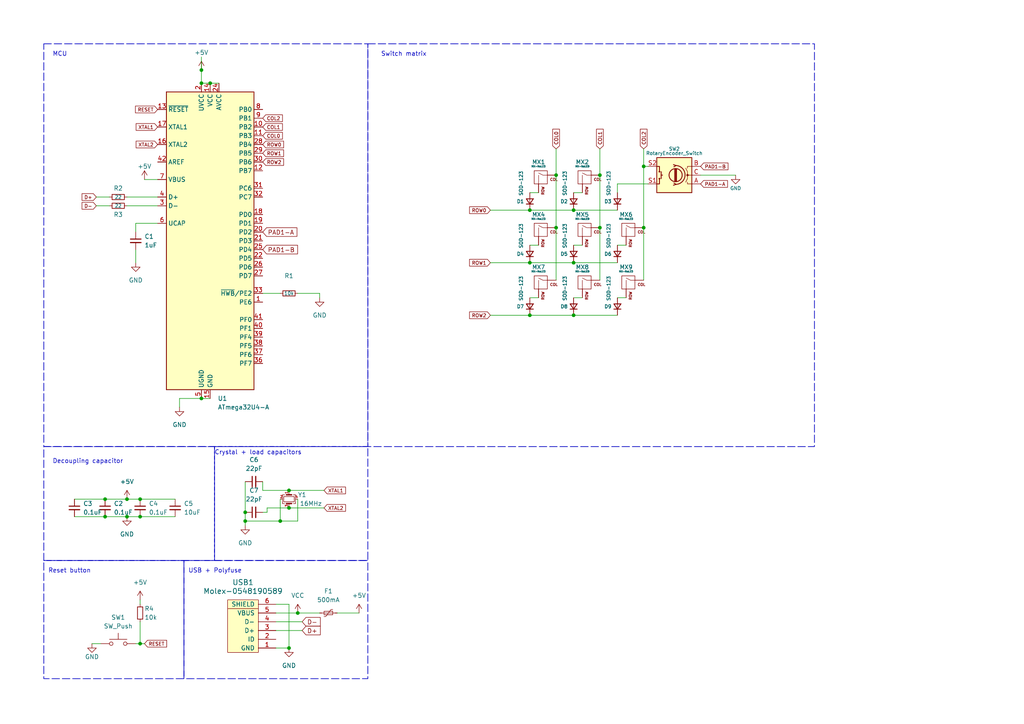
<source format=kicad_sch>
(kicad_sch (version 20230121) (generator eeschema)
  (paper "A4")
  (lib_symbols
    (symbol "Device:C_Small" (pin_numbers hide) (pin_names (offset 0.254) hide)
      (property "Reference" "C" (at 0.254 1.778 0))
      (property "Value" "C_Small" (at 0.254 -2.032 0))
      (symbol "C_Small_0_1"
        (polyline (pts (xy -1.524 -0.508) (xy 1.524 -0.508)) (stroke (width 0.3302)))
        (polyline (pts (xy -1.524 0.508) (xy 1.524 0.508)) (stroke (width 0.3048)))
      )
      (symbol "C_Small_1_1"
        (pin passive line (at 0 2.54 270) (length 2.032) (name "~") (number "1"))
        (pin passive line (at 0 -2.54 90) (length 2.032) (name "~") (number "2"))
      )
    )
    (symbol "Device:Crystal_GND24_Small" (pin_names (offset 1.016) hide)
      (property "Reference" "Y" (at 1.27 4.445 0))
      (property "Value" "Crystal_GND24_Small" (at 1.27 2.54 0))
      (symbol "Crystal_GND24_Small_0_1"
        (rectangle (start -0.762 -1.524) (end 0.762 1.524))
        (polyline (pts (xy -1.27 -0.762) (xy -1.27 0.762)) (stroke (width 0.381)))
        (polyline (pts (xy 1.27 -0.762) (xy 1.27 0.762)) (stroke (width 0.381)))
        (polyline (pts (xy -1.27 -1.27) (xy -1.27 -1.905) (xy 1.27 -1.905) (xy 1.27 -1.27)))
        (polyline (pts (xy -1.27 1.27) (xy -1.27 1.905) (xy 1.27 1.905) (xy 1.27 1.27)))
      )
      (symbol "Crystal_GND24_Small_1_1"
        (pin passive line (at -2.54 0 0) (length 1.27) (name "1") (number "1"))
        (pin passive line (at 0 -2.54 90) (length 0.635) (name "2") (number "2"))
        (pin passive line (at 2.54 0 180) (length 1.27) (name "3") (number "3"))
        (pin passive line (at 0 2.54 270) (length 0.635) (name "4") (number "4"))
      )
    )
    (symbol "Device:D_Small" (pin_numbers hide) (pin_names (offset 0.254) hide)
      (property "Reference" "D" (at -1.27 2.032 0))
      (property "Value" "D_Small" (at -3.81 -2.032 0))
      (symbol "D_Small_0_1"
        (polyline (pts (xy -0.762 -1.016) (xy -0.762 1.016)) (stroke (width 0.254)))
        (polyline (pts (xy -0.762 0) (xy 0.762 0)))
        (polyline (pts (xy 0.762 -1.016) (xy -0.762 0) (xy 0.762 1.016) (xy 0.762 -1.016)) (stroke (width 0.254)))
      )
      (symbol "D_Small_1_1"
        (pin passive line (at -2.54 0 0) (length 1.778) (name "K") (number "1"))
        (pin passive line (at 2.54 0 180) (length 1.778) (name "A") (number "2"))
      )
    )
    (symbol "Device:Polyfuse_Small" (pin_numbers hide) (pin_names (offset 0))
      (property "Reference" "F" (at -1.905 0 90))
      (property "Value" "Polyfuse_Small" (at 1.905 0 90))
      (symbol "Polyfuse_Small_0_1"
        (rectangle (start -0.508 1.27) (end 0.508 -1.27))
        (polyline (pts (xy 0 2.54) (xy 0 -2.54)))
        (polyline (pts (xy -1.016 1.27) (xy -1.016 0.762) (xy 1.016 -0.762) (xy 1.016 -1.27)))
      )
      (symbol "Polyfuse_Small_1_1"
        (pin passive line (at 0 2.54 270) (length 0.635) (name "~") (number "1"))
        (pin passive line (at 0 -2.54 90) (length 0.635) (name "~") (number "2"))
      )
    )
    (symbol "Device:R_Small" (pin_numbers hide) (pin_names (offset 0.254) hide)
      (property "Reference" "R" (at 0.762 0.508 0))
      (property "Value" "R_Small" (at 0.762 -1.016 0))
      (symbol "R_Small_0_1"
        (rectangle (start -0.762 1.778) (end 0.762 -1.778) (stroke (width 0.2032)))
      )
      (symbol "R_Small_1_1"
        (pin passive line (at 0 2.54 270) (length 0.762) (name "~") (number "1"))
        (pin passive line (at 0 -2.54 90) (length 0.762) (name "~") (number "2"))
      )
    )
    (symbol "Device:RotaryEncoder_Switch" (pin_names (offset 0.254) hide)
      (property "Reference" "SW" (at 0 6.604 0))
      (property "Value" "RotaryEncoder_Switch" (at 0 -6.604 0))
      (symbol "RotaryEncoder_Switch_0_1"
        (rectangle (start -5.08 5.08) (end 5.08 -5.08) (stroke (width 0.254)) (fill (type background)))
        (circle (center -3.81 0) (radius 0.254) (fill (type outline)))
        (circle (center -0.381 0) (radius 1.905) (stroke (width 0.254)))
        (arc (start -0.381 2.667) (mid -3.0988 -0.0635) (end -0.381 -2.794) (stroke (width 0.254)))
        (polyline (pts (xy -0.635 -1.778) (xy -0.635 1.778)) (stroke (width 0.254)))
        (polyline (pts (xy -0.381 -1.778) (xy -0.381 1.778)) (stroke (width 0.254)))
        (polyline (pts (xy -0.127 1.778) (xy -0.127 -1.778)) (stroke (width 0.254)))
        (polyline (pts (xy 3.81 0) (xy 3.429 0)) (stroke (width 0.254)))
        (polyline (pts (xy 3.81 1.016) (xy 3.81 -1.016)) (stroke (width 0.254)))
        (polyline (pts (xy -5.08 -2.54) (xy -3.81 -2.54) (xy -3.81 -2.032)))
        (polyline (pts (xy -5.08 2.54) (xy -3.81 2.54) (xy -3.81 2.032)))
        (polyline (pts (xy 0.254 -3.048) (xy -0.508 -2.794) (xy 0.127 -2.413)) (stroke (width 0.254)))
        (polyline (pts (xy 0.254 2.921) (xy -0.508 2.667) (xy 0.127 2.286)) (stroke (width 0.254)))
        (polyline (pts (xy 5.08 -2.54) (xy 4.318 -2.54) (xy 4.318 -1.016)) (stroke (width 0.254)))
        (polyline (pts (xy 5.08 2.54) (xy 4.318 2.54) (xy 4.318 1.016)) (stroke (width 0.254)))
        (polyline (pts (xy -5.08 0) (xy -3.81 0) (xy -3.81 -1.016) (xy -3.302 -2.032)))
        (polyline (pts (xy -4.318 0) (xy -3.81 0) (xy -3.81 1.016) (xy -3.302 2.032)))
        (circle (center 4.318 -1.016) (radius 0.127) (stroke (width 0.254)))
        (circle (center 4.318 1.016) (radius 0.127) (stroke (width 0.254)))
      )
      (symbol "RotaryEncoder_Switch_1_1"
        (pin passive line (at -7.62 2.54 0) (length 2.54) (name "A") (number "A"))
        (pin passive line (at -7.62 -2.54 0) (length 2.54) (name "B") (number "B"))
        (pin passive line (at -7.62 0 0) (length 2.54) (name "C") (number "C"))
        (pin passive line (at 7.62 2.54 180) (length 2.54) (name "S1") (number "S1"))
        (pin passive line (at 7.62 -2.54 180) (length 2.54) (name "S2") (number "S2"))
      )
    )
    (symbol "MCU_Microchip_ATmega:ATmega32U4-A"
      (property "Reference" "U" (at -12.7 44.45 0))
      (property "Value" "ATmega32U4-A" (at 2.54 -44.45 0))
      (symbol "ATmega32U4-A_0_1"
        (rectangle (start -12.7 -43.18) (end 12.7 43.18) (stroke (width 0.254)) (fill (type background)))
      )
      (symbol "ATmega32U4-A_1_1"
        (pin bidirectional line (at 15.24 -17.78 180) (length 2.54) (name "PE6") (number "1"))
        (pin bidirectional line (at 15.24 33.02 180) (length 2.54) (name "PB2") (number "10"))
        (pin bidirectional line (at 15.24 30.48 180) (length 2.54) (name "PB3") (number "11"))
        (pin bidirectional line (at 15.24 20.32 180) (length 2.54) (name "PB7") (number "12"))
        (pin input line (at -15.24 38.1 0) (length 2.54) (name "~{RESET}") (number "13"))
        (pin power_in line (at 0 45.72 270) (length 2.54) (name "VCC") (number "14"))
        (pin power_in line (at 0 -45.72 90) (length 2.54) (name "GND") (number "15"))
        (pin output line (at -15.24 27.94 0) (length 2.54) (name "XTAL2") (number "16"))
        (pin input line (at -15.24 33.02 0) (length 2.54) (name "XTAL1") (number "17"))
        (pin bidirectional line (at 15.24 7.62 180) (length 2.54) (name "PD0") (number "18"))
        (pin bidirectional line (at 15.24 5.08 180) (length 2.54) (name "PD1") (number "19"))
        (pin power_in line (at -2.54 45.72 270) (length 2.54) (name "UVCC") (number "2"))
        (pin bidirectional line (at 15.24 2.54 180) (length 2.54) (name "PD2") (number "20"))
        (pin bidirectional line (at 15.24 0 180) (length 2.54) (name "PD3") (number "21"))
        (pin bidirectional line (at 15.24 -5.08 180) (length 2.54) (name "PD5") (number "22"))
        (pin passive line (at 0 -45.72 90) (length 2.54) hide (name "GND") (number "23"))
        (pin power_in line (at 2.54 45.72 270) (length 2.54) (name "AVCC") (number "24"))
        (pin bidirectional line (at 15.24 -2.54 180) (length 2.54) (name "PD4") (number "25"))
        (pin bidirectional line (at 15.24 -7.62 180) (length 2.54) (name "PD6") (number "26"))
        (pin bidirectional line (at 15.24 -10.16 180) (length 2.54) (name "PD7") (number "27"))
        (pin bidirectional line (at 15.24 27.94 180) (length 2.54) (name "PB4") (number "28"))
        (pin bidirectional line (at 15.24 25.4 180) (length 2.54) (name "PB5") (number "29"))
        (pin bidirectional line (at -15.24 10.16 0) (length 2.54) (name "D-") (number "3"))
        (pin bidirectional line (at 15.24 22.86 180) (length 2.54) (name "PB6") (number "30"))
        (pin bidirectional line (at 15.24 15.24 180) (length 2.54) (name "PC6") (number "31"))
        (pin bidirectional line (at 15.24 12.7 180) (length 2.54) (name "PC7") (number "32"))
        (pin bidirectional line (at 15.24 -15.24 180) (length 2.54) (name "~{HWB}/PE2") (number "33"))
        (pin passive line (at 0 45.72 270) (length 2.54) hide (name "VCC") (number "34"))
        (pin passive line (at 0 -45.72 90) (length 2.54) hide (name "GND") (number "35"))
        (pin bidirectional line (at 15.24 -35.56 180) (length 2.54) (name "PF7") (number "36"))
        (pin bidirectional line (at 15.24 -33.02 180) (length 2.54) (name "PF6") (number "37"))
        (pin bidirectional line (at 15.24 -30.48 180) (length 2.54) (name "PF5") (number "38"))
        (pin bidirectional line (at 15.24 -27.94 180) (length 2.54) (name "PF4") (number "39"))
        (pin bidirectional line (at -15.24 12.7 0) (length 2.54) (name "D+") (number "4"))
        (pin bidirectional line (at 15.24 -25.4 180) (length 2.54) (name "PF1") (number "40"))
        (pin bidirectional line (at 15.24 -22.86 180) (length 2.54) (name "PF0") (number "41"))
        (pin passive line (at -15.24 22.86 0) (length 2.54) (name "AREF") (number "42"))
        (pin passive line (at 0 -45.72 90) (length 2.54) hide (name "GND") (number "43"))
        (pin passive line (at 2.54 45.72 270) (length 2.54) hide (name "AVCC") (number "44"))
        (pin passive line (at -2.54 -45.72 90) (length 2.54) (name "UGND") (number "5"))
        (pin passive line (at -15.24 5.08 0) (length 2.54) (name "UCAP") (number "6"))
        (pin input line (at -15.24 17.78 0) (length 2.54) (name "VBUS") (number "7"))
        (pin bidirectional line (at 15.24 38.1 180) (length 2.54) (name "PB0") (number "8"))
        (pin bidirectional line (at 15.24 35.56 180) (length 2.54) (name "PB1") (number "9"))
      )
    )
    (symbol "MX_Alps_Hybrid:MX-NoLED" (pin_names (offset 1.016))
      (property "Reference" "MX" (at -0.635 3.81 0))
      (property "Value" "MX-NoLED" (at -0.635 1.27 0))
      (symbol "MX-NoLED_0_0"
        (rectangle (start -2.54 2.54) (end 1.27 -1.27))
        (polyline (pts (xy -1.27 -1.27) (xy -1.27 1.27)) (stroke (width 0.127)))
        (polyline (pts (xy 1.27 1.27) (xy 0 1.27) (xy -1.27 1.905)) (stroke (width 0.127)))
        (text "COL" (at 3.175 0 0) (effects (font (size 0.762 0.762))))
        (text "ROW" (at 0 -1.905 900) (effects (font (size 0.762 0.762)) (justify right)))
      )
      (symbol "MX-NoLED_1_1"
        (pin passive line (at 3.81 1.27 180) (length 2.54) (name "COL") (number "1"))
        (pin passive line (at -1.27 -3.81 90) (length 2.54) (name "ROW") (number "2"))
      )
    )
    (symbol "Switch:SW_Push" (pin_numbers hide) (pin_names (offset 1.016) hide)
      (property "Reference" "SW" (at 1.27 2.54 0))
      (property "Value" "SW_Push" (at 0 -1.524 0))
      (symbol "SW_Push_0_1"
        (circle (center -2.032 0) (radius 0.508))
        (polyline (pts (xy 0 1.27) (xy 0 3.048)))
        (polyline (pts (xy 2.54 1.27) (xy -2.54 1.27)))
        (circle (center 2.032 0) (radius 0.508))
        (pin passive line (at -5.08 0 0) (length 2.54) (name "1") (number "1"))
        (pin passive line (at 5.08 0 180) (length 2.54) (name "2") (number "2"))
      )
    )
    (symbol "power:+5V" (power) (pin_names (offset 0))
      (property "Value" "+5V" (at 0 3.556 0))
      (symbol "+5V_0_1"
        (polyline (pts (xy -0.762 1.27) (xy 0 2.54)))
        (polyline (pts (xy 0 0) (xy 0 2.54)))
        (polyline (pts (xy 0 2.54) (xy 0.762 1.27)))
      )
      (symbol "+5V_1_1"
        (pin power_in line (at 0 0 90) (length 0) hide (name "+5V") (number "1"))
      )
    )
    (symbol "power:GND" (power) (pin_names (offset 0))
      (property "Value" "GND" (at 0 -3.81 0))
      (symbol "GND_0_1"
        (polyline (pts (xy 0 0) (xy 0 -1.27) (xy 1.27 -1.27) (xy 0 -2.54) (xy -1.27 -1.27) (xy 0 -1.27)))
      )
      (symbol "GND_1_1"
        (pin power_in line (at 0 0 270) (length 0) hide (name "GND") (number "1"))
      )
    )
    (symbol "power:VCC" (power) (pin_names (offset 0))
      (property "Value" "VCC" (at 0 3.81 0))
      (symbol "VCC_0_1"
        (polyline (pts (xy -0.762 1.27) (xy 0 2.54)))
        (polyline (pts (xy 0 0) (xy 0 2.54)))
        (polyline (pts (xy 0 2.54) (xy 0.762 1.27)))
      )
      (symbol "VCC_1_1"
        (pin power_in line (at 0 0 90) (length 0) hide (name "VCC") (number "1"))
      )
    )
    (symbol "random-keyboard-parts:Molex-0548190589" (pin_names (offset 1.016))
      (property "Reference" "USB" (at 0 7.62 0))
      (property "Value" "Molex-0548190589" (at 0 10.16 0))
      (symbol "Molex-0548190589_0_0"
        (polyline (pts (xy 6.35 -2.54) (xy 6.35 6.35)))
        (rectangle (start 8.89 -2.54) (end -6.35 6.35) (fill (type background)))
      )
      (symbol "Molex-0548190589_1_1"
        (pin input line (at -5.08 -7.62 90) (length 5.08) (name "GND") (number "1"))
        (pin input line (at -2.54 -7.62 90) (length 5.08) (name "ID") (number "2"))
        (pin input line (at 0 -7.62 90) (length 5.08) (name "D+") (number "3"))
        (pin input line (at 2.54 -7.62 90) (length 5.08) (name "D-") (number "4"))
        (pin input line (at 5.08 -7.62 90) (length 5.08) (name "VBUS") (number "5"))
        (pin input line (at 7.62 -7.62 90) (length 5.08) (name "SHIELD") (number "6"))
      )
    )
  )
  (junction (at 153.67 60.96))
  (junction (at 166.37 91.44))
  (junction (at 40.64 149.86))
  (junction (at 40.64 186.69))
  (junction (at 36.83 149.86))
  (junction (at 71.12 148.59))
  (junction (at 166.37 60.96))
  (junction (at 83.82 187.96))
  (junction (at 166.37 76.2))
  (junction (at 173.99 50.8))
  (junction (at 58.42 24.13))
  (junction (at 58.42 115.57))
  (junction (at 81.28 151.13))
  (junction (at 161.29 50.8))
  (junction (at 30.48 149.86))
  (junction (at 71.12 151.13))
  (junction (at 153.67 76.2))
  (junction (at 30.48 144.78))
  (junction (at 186.69 66.04))
  (junction (at 153.67 91.44))
  (junction (at 58.42 20.32))
  (junction (at 161.29 66.04))
  (junction (at 40.64 144.78))
  (junction (at 173.99 66.04))
  (junction (at 83.82 147.32))
  (junction (at 36.83 144.78))
  (junction (at 86.36 177.8))
  (junction (at 60.96 24.13))
  (junction (at 186.69 48.26))
  (junction (at 83.82 142.24))
  (wire (pts (xy 77.47 148.59) (xy 77.47 147.32)))
  (wire (pts (xy 179.07 71.12) (xy 181.61 71.12)))
  (wire (pts (xy 203.2 50.8) (xy 213.36 50.8)))
  (wire (pts (xy 187.96 48.26) (xy 186.69 48.26)))
  (wire (pts (xy 36.83 144.78) (xy 40.64 144.78)))
  (wire (pts (xy 80.01 182.88) (xy 87.63 182.88)))
  (wire (pts (xy 58.42 24.13) (xy 60.96 24.13)))
  (wire (pts (xy 142.24 76.2) (xy 153.67 76.2)))
  (wire (pts (xy 26.67 186.69) (xy 29.21 186.69)))
  (wire (pts (xy 39.37 64.77) (xy 39.37 67.31)))
  (wire (pts (xy 186.69 43.18) (xy 186.69 48.26)))
  (wire (pts (xy 36.83 57.15) (xy 45.72 57.15)))
  (wire (pts (xy 153.67 76.2) (xy 166.37 76.2)))
  (wire (pts (xy 83.82 142.24) (xy 76.2 142.24)))
  (wire (pts (xy 39.37 186.69) (xy 40.64 186.69)))
  (wire (pts (xy 71.12 139.7) (xy 71.12 148.59)))
  (wire (pts (xy 39.37 64.77) (xy 45.72 64.77)))
  (wire (pts (xy 166.37 91.44) (xy 179.07 91.44)))
  (wire (pts (xy 71.12 151.13) (xy 71.12 152.4)))
  (wire (pts (xy 142.24 91.44) (xy 153.67 91.44)))
  (wire (pts (xy 52.07 115.57) (xy 52.07 118.11)))
  (wire (pts (xy 71.12 148.59) (xy 71.12 151.13)))
  (wire (pts (xy 173.99 50.8) (xy 173.99 66.04)))
  (wire (pts (xy 179.07 53.34) (xy 187.96 53.34)))
  (wire (pts (xy 36.83 59.69) (xy 45.72 59.69)))
  (wire (pts (xy 86.36 151.13) (xy 86.36 144.78)))
  (wire (pts (xy 161.29 43.18) (xy 161.29 50.8)))
  (wire (pts (xy 60.96 24.13) (xy 63.5 24.13)))
  (wire (pts (xy 166.37 71.12) (xy 168.91 71.12)))
  (wire (pts (xy 58.42 115.57) (xy 60.96 115.57)))
  (wire (pts (xy 86.36 177.8) (xy 92.71 177.8)))
  (wire (pts (xy 173.99 66.04) (xy 173.99 81.28)))
  (wire (pts (xy 186.69 66.04) (xy 186.69 81.28)))
  (wire (pts (xy 80.01 177.8) (xy 86.36 177.8)))
  (wire (pts (xy 58.42 16.51) (xy 58.42 20.32)))
  (wire (pts (xy 86.36 85.09) (xy 92.71 85.09)))
  (wire (pts (xy 186.69 48.26) (xy 186.69 66.04)))
  (wire (pts (xy 21.59 144.78) (xy 30.48 144.78)))
  (wire (pts (xy 80.01 180.34) (xy 87.63 180.34)))
  (wire (pts (xy 166.37 76.2) (xy 179.07 76.2)))
  (wire (pts (xy 153.67 86.36) (xy 156.21 86.36)))
  (wire (pts (xy 30.48 144.78) (xy 36.83 144.78)))
  (wire (pts (xy 92.71 85.09) (xy 92.71 86.36)))
  (wire (pts (xy 77.47 147.32) (xy 83.82 147.32)))
  (wire (pts (xy 21.59 149.86) (xy 30.48 149.86)))
  (wire (pts (xy 39.37 72.39) (xy 39.37 76.2)))
  (wire (pts (xy 166.37 86.36) (xy 168.91 86.36)))
  (wire (pts (xy 81.28 144.78) (xy 81.28 151.13)))
  (wire (pts (xy 41.91 52.07) (xy 45.72 52.07)))
  (wire (pts (xy 153.67 60.96) (xy 166.37 60.96)))
  (wire (pts (xy 58.42 20.32) (xy 58.42 24.13)))
  (wire (pts (xy 166.37 60.96) (xy 179.07 60.96)))
  (wire (pts (xy 30.48 149.86) (xy 36.83 149.86)))
  (wire (pts (xy 166.37 55.88) (xy 168.91 55.88)))
  (wire (pts (xy 179.07 86.36) (xy 181.61 86.36)))
  (wire (pts (xy 83.82 142.24) (xy 93.98 142.24)))
  (wire (pts (xy 161.29 66.04) (xy 161.29 81.28)))
  (wire (pts (xy 40.64 149.86) (xy 50.8 149.86)))
  (wire (pts (xy 153.67 91.44) (xy 166.37 91.44)))
  (wire (pts (xy 179.07 53.34) (xy 179.07 55.88)))
  (wire (pts (xy 27.94 59.69) (xy 31.75 59.69)))
  (wire (pts (xy 83.82 175.26) (xy 83.82 187.96)))
  (wire (pts (xy 40.64 186.69) (xy 41.91 186.69)))
  (wire (pts (xy 142.24 60.96) (xy 153.67 60.96)))
  (wire (pts (xy 58.42 115.57) (xy 52.07 115.57)))
  (wire (pts (xy 40.64 173.99) (xy 40.64 175.26)))
  (wire (pts (xy 76.2 139.7) (xy 76.2 142.24)))
  (wire (pts (xy 153.67 71.12) (xy 156.21 71.12)))
  (wire (pts (xy 153.67 55.88) (xy 156.21 55.88)))
  (wire (pts (xy 80.01 187.96) (xy 83.82 187.96)))
  (wire (pts (xy 40.64 180.34) (xy 40.64 186.69)))
  (wire (pts (xy 36.83 149.86) (xy 40.64 149.86)))
  (wire (pts (xy 81.28 151.13) (xy 86.36 151.13)))
  (wire (pts (xy 161.29 50.8) (xy 161.29 66.04)))
  (wire (pts (xy 173.99 43.18) (xy 173.99 50.8)))
  (wire (pts (xy 80.01 175.26) (xy 83.82 175.26)))
  (wire (pts (xy 81.28 151.13) (xy 71.12 151.13)))
  (wire (pts (xy 76.2 85.09) (xy 81.28 85.09)))
  (wire (pts (xy 97.79 177.8) (xy 104.14 177.8)))
  (wire (pts (xy 40.64 144.78) (xy 50.8 144.78)))
  (wire (pts (xy 83.82 147.32) (xy 93.98 147.32)))
  (wire (pts (xy 27.94 57.15) (xy 31.75 57.15)))
  (wire (pts (xy 76.2 148.59) (xy 77.47 148.59)))
  (rectangle (start 12.7 162.56) (end 53.34 196.85) (stroke (width 0.2) (type dash)))
  (rectangle (start 12.7 12.7) (end 106.68 129.54) (stroke (width 0.2) (type dash)))
  (rectangle (start 106.68 12.7) (end 236.22 129.54) (stroke (width 0.2) (type dash)))
  (rectangle (start 53.34 162.56) (end 106.68 196.85) (stroke (width 0.2) (type dash)))
  (rectangle (start 12.7 129.54) (end 62.23 162.56) (stroke (width 0.2) (type dash)))
  (rectangle (start 62.23 129.54) (end 106.68 162.56) (stroke (width 0.2) (type dash)))
  (text "Switch matrix " (at 110.49 16.51 0) (effects (font (size 1.27 1.27)) (justify left bottom)))
  (text "Reset button" (at 13.97 166.37 0) (effects (font (size 1.27 1.27)) (justify left bottom)))
  (text "Crystal + load capacitors" (at 62.23 132.08 0) (effects (font (size 1.27 1.27)) (justify left bottom)))
  (text "MCU" (at 15.24 16.51 0) (effects (font (size 1.27 1.27)) (justify left bottom)))
  (text "USB + Polyfuse" (at 54.61 166.37 0) (effects (font (size 1.27 1.27)) (justify left bottom)))
  (text "Decoupling capacitor" (at 15.24 134.62 0) (effects (font (size 1.27 1.27)) (justify left bottom)))
  (global_label "ROW1" (shape input) (at 76.2 44.45 0) (effects (font (size 1 1))) (property "Intersheetrefs" "${INTERSHEET_REFS}" (effects hide)))
  (global_label "ROW0" (shape input) (at 76.2 41.91 0) (effects (font (size 1 1))) (property "Intersheetrefs" "${INTERSHEET_REFS}" (effects hide)))
  (global_label "PAD1-B" (shape input) (at 76.2 72.39 0) (property "Intersheetrefs" "${INTERSHEET_REFS}" (effects hide)))
  (global_label "XTAL2" (shape input) (at 93.98 147.32 0) (effects (font (size 1 1))) (property "Intersheetrefs" "${INTERSHEET_REFS}" (effects hide)))
  (global_label "RESET" (shape input) (at 41.91 186.69 0) (effects (font (size 1 1))) (property "Intersheetrefs" "${INTERSHEET_REFS}" (effects hide)))
  (global_label "XTAL1" (shape input) (at 45.72 36.83 180) (effects (font (size 1 1))) (property "Intersheetrefs" "${INTERSHEET_REFS}" (effects hide)))
  (global_label "ROW0" (shape input) (at 142.24 60.96 180) (effects (font (size 1 1))) (property "Intersheetrefs" "${INTERSHEET_REFS}" (effects hide)))
  (global_label "ROW2" (shape input) (at 76.2 46.99 0) (effects (font (size 1 1))) (property "Intersheetrefs" "${INTERSHEET_REFS}" (effects hide)))
  (global_label "ROW1" (shape input) (at 142.24 76.2 180) (effects (font (size 1 1))) (property "Intersheetrefs" "${INTERSHEET_REFS}" (effects hide)))
  (global_label "D-" (shape input) (at 87.63 180.34 0) (property "Intersheetrefs" "${INTERSHEET_REFS}" (effects hide)))
  (global_label "RESET" (shape input) (at 45.72 31.75 180) (effects (font (size 1 1))) (property "Intersheetrefs" "${INTERSHEET_REFS}" (effects hide)))
  (global_label "COL1" (shape input) (at 76.2 36.83 0) (effects (font (size 1 1))) (property "Intersheetrefs" "${INTERSHEET_REFS}" (effects hide)))
  (global_label "XTAL2" (shape input) (at 45.72 41.91 180) (effects (font (size 1 1))) (property "Intersheetrefs" "${INTERSHEET_REFS}" (effects hide)))
  (global_label "PAD1-B" (shape input) (at 203.2 48.26 0) (effects (font (size 1 1))) (property "Intersheetrefs" "${INTERSHEET_REFS}" (effects hide)))
  (global_label "COL2" (shape input) (at 186.69 43.18 90) (effects (font (size 1 1))) (property "Intersheetrefs" "${INTERSHEET_REFS}" (effects hide)))
  (global_label "COL1" (shape input) (at 173.99 43.18 90) (effects (font (size 1 1))) (property "Intersheetrefs" "${INTERSHEET_REFS}" (effects hide)))
  (global_label "ROW2" (shape input) (at 142.24 91.44 180) (effects (font (size 1 1))) (property "Intersheetrefs" "${INTERSHEET_REFS}" (effects hide)))
  (global_label "D+" (shape input) (at 87.63 182.88 0) (property "Intersheetrefs" "${INTERSHEET_REFS}" (effects hide)))
  (global_label "D-" (shape input) (at 27.94 59.69 180) (effects (font (size 1 1))) (property "Intersheetrefs" "${INTERSHEET_REFS}" (effects hide)))
  (global_label "PAD1-A" (shape input) (at 203.2 53.34 0) (effects (font (size 1 1))) (property "Intersheetrefs" "${INTERSHEET_REFS}" (effects hide)))
  (global_label "PAD1-A" (shape input) (at 76.2 67.31 0) (property "Intersheetrefs" "${INTERSHEET_REFS}" (effects hide)))
  (global_label "COL2" (shape input) (at 76.2 34.29 0) (effects (font (size 1 1))) (property "Intersheetrefs" "${INTERSHEET_REFS}" (effects hide)))
  (global_label "COL0" (shape input) (at 76.2 39.37 0) (effects (font (size 1 1))) (property "Intersheetrefs" "${INTERSHEET_REFS}" (effects hide)))
  (global_label "COL0" (shape input) (at 161.29 43.18 90) (effects (font (size 1 1))) (property "Intersheetrefs" "${INTERSHEET_REFS}" (effects hide)))
  (global_label "D+" (shape input) (at 27.94 57.15 180) (effects (font (size 1 1))) (property "Intersheetrefs" "${INTERSHEET_REFS}" (effects hide)))
  (global_label "XTAL1" (shape input) (at 93.98 142.24 0) (effects (font (size 1 1))) (property "Intersheetrefs" "${INTERSHEET_REFS}" (effects hide)))
  (symbol (lib_id "power:+5V") (at 104.14 177.8 0) (unit 1)
    (property "Reference" "#PWR011" (effects hide))
    (property "Value" "+5V" (at 104.14 172.72 0))
  )
  (symbol (lib_id "Device:D_Small") (at 166.37 58.42 90) (unit 1)
    (property "Reference" "D2" (at 162.56 58.42 90) (effects (font (size 1 1)) (justify right)))
    (property "Value" "SOD-123" (at 163.83 49.53 0) (effects (font (size 1 1)) (justify right)))
    (property "Footprint" "Diode_SMD:D_SOD-123" (effects hide))
    (property "Sim.Device" "D" (effects hide))
    (property "Sim.Pins" "1=K 2=A" (effects hide))
  )
  (symbol (lib_id "Device:R_Small") (at 40.64 177.8 0) (unit 1)
    (property "Reference" "R4" (at 41.91 176.53 0) (effects (justify left)))
    (property "Value" "10k" (at 41.91 179.07 0) (effects (justify left)))
    (property "Footprint" "Resistor_SMD:R_0805_2012Metric" (effects hide))
  )
  (symbol (lib_id "power:GND") (at 92.71 86.36 0) (unit 1)
    (property "Reference" "#PWR03" (effects hide))
    (property "Value" "GND" (at 92.71 91.44 0))
  )
  (symbol (lib_id "Device:D_Small") (at 179.07 88.9 90) (unit 1)
    (property "Reference" "D9" (at 175.26 88.9 90) (effects (font (size 1 1)) (justify right)))
    (property "Value" "SOD-123" (at 176.53 80.01 0) (effects (font (size 1 1)) (justify right)))
    (property "Footprint" "Diode_SMD:D_SOD-123" (effects hide))
    (property "Sim.Device" "D" (effects hide))
    (property "Sim.Pins" "1=K 2=A" (effects hide))
  )
  (symbol (lib_id "MX_Alps_Hybrid:MX-NoLED") (at 157.48 82.55 0) (unit 1)
    (property "Reference" "MX7" (at 156.21 77.47 0) (effects (font (size 1.2 1.2))))
    (property "Value" "MX-NoLED" (at 156.21 78.74 0) (effects (font (size 0.508 0.508))))
    (property "Footprint" "MX_Alps_Hybrid:MX-1U-NoLED" (effects hide))
  )
  (symbol (lib_id "Device:C_Small") (at 39.37 69.85 0) (unit 1)
    (property "Reference" "C1" (at 41.91 68.5863 0) (effects (justify left)))
    (property "Value" "1uF" (at 41.91 71.1263 0) (effects (justify left)))
    (property "Footprint" "Capacitor_SMD:C_0805_2012Metric" (effects hide))
  )
  (symbol (lib_id "Device:D_Small") (at 153.67 58.42 90) (unit 1)
    (property "Reference" "D1" (at 149.86 58.42 90) (effects (font (size 1 1)) (justify right)))
    (property "Value" "SOD-123" (at 151.13 49.53 0) (effects (font (size 1 1)) (justify right)))
    (property "Footprint" "Diode_SMD:D_SOD-123" (effects hide))
    (property "Sim.Device" "D" (effects hide))
    (property "Sim.Pins" "1=K 2=A" (effects hide))
  )
  (symbol (lib_id "MX_Alps_Hybrid:MX-NoLED") (at 182.88 67.31 0) (unit 1)
    (property "Reference" "MX6" (at 181.61 62.23 0) (effects (font (size 1.2 1.2))))
    (property "Value" "MX-NoLED" (at 181.61 63.5 0) (effects (font (size 0.508 0.508))))
    (property "Footprint" "MX_Alps_Hybrid:MX-1U-NoLED" (effects hide))
  )
  (symbol (lib_id "Device:D_Small") (at 153.67 88.9 90) (unit 1)
    (property "Reference" "D7" (at 149.86 88.9 90) (effects (font (size 1 1)) (justify right)))
    (property "Value" "SOD-123" (at 151.13 80.01 0) (effects (font (size 1 1)) (justify right)))
    (property "Footprint" "Diode_SMD:D_SOD-123" (effects hide))
    (property "Sim.Device" "D" (effects hide))
    (property "Sim.Pins" "1=K 2=A" (effects hide))
  )
  (symbol (lib_id "Device:C_Small") (at 21.59 147.32 0) (unit 1)
    (property "Reference" "C3" (at 24.13 146.0563 0) (effects (justify left)))
    (property "Value" "0.1uF" (at 24.13 148.5963 0) (effects (justify left)))
    (property "Footprint" "Capacitor_SMD:C_0805_2012Metric" (effects hide))
  )
  (symbol (lib_id "power:VCC") (at 86.36 177.8 0) (unit 1)
    (property "Reference" "#PWR012" (effects hide))
    (property "Value" "VCC" (at 86.36 172.72 0))
  )
  (symbol (lib_id "MX_Alps_Hybrid:MX-NoLED") (at 157.48 52.07 0) (unit 1)
    (property "Reference" "MX1" (at 156.21 46.99 0) (effects (font (size 1.2 1.2))))
    (property "Value" "MX-NoLED" (at 156.21 48.26 0) (effects (font (size 0.508 0.508))))
    (property "Footprint" "MX_Alps_Hybrid:MX-1U-NoLED" (effects hide))
  )
  (symbol (lib_id "power:GND") (at 39.37 76.2 0) (unit 1)
    (property "Reference" "#PWR04" (effects hide))
    (property "Value" "GND" (at 39.37 81.28 0))
  )
  (symbol (lib_id "power:GND") (at 36.83 149.86 0) (unit 1)
    (property "Reference" "#PWR05" (effects hide))
    (property "Value" "GND" (at 36.83 154.94 0))
  )
  (symbol (lib_id "power:+5V") (at 36.83 144.78 0) (unit 1)
    (property "Reference" "#PWR06" (effects hide))
    (property "Value" "+5V" (at 36.83 139.7 0))
  )
  (symbol (lib_id "power:GND") (at 52.07 118.11 0) (unit 1)
    (property "Reference" "#PWR02" (effects hide))
    (property "Value" "GND" (at 52.07 123.19 0))
  )
  (symbol (lib_id "Device:RotaryEncoder_Switch") (at 195.58 50.8 180) (unit 1)
    (property "Reference" "SW2" (at 195.58 43.18 0) (effects (font (size 1 1))))
    (property "Value" "RotaryEncoder_Switch" (at 195.58 44.45 0) (effects (font (size 1 1))))
    (property "Footprint" "Rotary_Encoder:RotaryEncoder_Alps_EC11E-Switch_Vertical_H20mm" (effects hide))
  )
  (symbol (lib_id "power:+5V") (at 41.91 52.07 0) (unit 1)
    (property "Reference" "#PWR07" (effects hide))
    (property "Value" "+5V" (at 41.91 48.26 0))
  )
  (symbol (lib_id "MX_Alps_Hybrid:MX-NoLED") (at 170.18 82.55 0) (unit 1)
    (property "Reference" "MX8" (at 168.91 77.47 0) (effects (font (size 1.2 1.2))))
    (property "Value" "MX-NoLED" (at 168.91 78.74 0) (effects (font (size 0.508 0.508))))
    (property "Footprint" "MX_Alps_Hybrid:MX-1U-NoLED" (effects hide))
  )
  (symbol (lib_id "MX_Alps_Hybrid:MX-NoLED") (at 157.48 67.31 0) (unit 1)
    (property "Reference" "MX4" (at 156.21 62.23 0) (effects (font (size 1.2 1.2))))
    (property "Value" "MX-NoLED" (at 156.21 63.5 0) (effects (font (size 0.508 0.508))))
    (property "Footprint" "MX_Alps_Hybrid:MX-1U-NoLED" (effects hide))
  )
  (symbol (lib_id "Device:C_Small") (at 73.66 148.59 90) (unit 1)
    (property "Reference" "C7" (at 73.6663 142.24 90))
    (property "Value" "22pF" (at 73.6663 144.78 90))
    (property "Footprint" "Capacitor_SMD:C_0805_2012Metric" (effects hide))
  )
  (symbol (lib_id "MCU_Microchip_ATmega:ATmega32U4-A") (at 60.96 69.85 0) (unit 1)
    (property "Reference" "U1" (at 63.1541 115.57 0) (effects (justify left)))
    (property "Value" "ATmega32U4-A" (at 63.1541 118.11 0) (effects (justify left)))
    (property "Footprint" "Package_QFP:TQFP-44_10x10mm_P0.8mm" (effects hide))
    (property "Datasheet" "http://ww1.microchip.com/downloads/en/DeviceDoc/Atmel-7766-8-bit-AVR-ATmega16U4-32U4_Datasheet.pdf" (effects hide))
  )
  (symbol (lib_id "Device:D_Small") (at 166.37 73.66 90) (unit 1)
    (property "Reference" "D5" (at 162.56 73.66 90) (effects (font (size 1 1)) (justify right)))
    (property "Value" "SOD-123" (at 163.83 64.77 0) (effects (font (size 1 1)) (justify right)))
    (property "Footprint" "Diode_SMD:D_SOD-123" (effects hide))
    (property "Sim.Device" "D" (effects hide))
    (property "Sim.Pins" "1=K 2=A" (effects hide))
  )
  (symbol (lib_id "Device:Polyfuse_Small") (at 95.25 177.8 90) (unit 1)
    (property "Reference" "F1" (at 95.25 171.45 90))
    (property "Value" "500mA" (at 95.25 173.99 90))
    (property "Footprint" "Fuse:Fuse_1206_3216Metric" (effects hide))
  )
  (symbol (lib_id "Device:C_Small") (at 30.48 147.32 0) (unit 1)
    (property "Reference" "C2" (at 33.02 146.0563 0) (effects (justify left)))
    (property "Value" "0.1uF" (at 33.02 148.5963 0) (effects (justify left)))
    (property "Footprint" "Capacitor_SMD:C_0805_2012Metric" (effects hide))
  )
  (symbol (lib_id "random-keyboard-parts:Molex-0548190589") (at 72.39 182.88 90) (unit 1)
    (property "Reference" "USB1" (at 70.485 168.91 90) (effects (font (size 1.524 1.524))))
    (property "Value" "Molex-0548190589" (at 70.485 171.45 90) (effects (font (size 1.524 1.524))))
    (property "Footprint" "random-keyboard-parts:Molex-0548190589" (effects hide))
  )
  (symbol (lib_id "Device:Crystal_GND24_Small") (at 83.82 144.78 270) (unit 1)
    (property "Reference" "Y1" (at 87.63 143.51 90))
    (property "Value" "16MHz" (at 90.17 146.05 90))
    (property "Footprint" "Crystal:Crystal_SMD_3225-4Pin_3.2x2.5mm" (effects hide))
  )
  (symbol (lib_id "MX_Alps_Hybrid:MX-NoLED") (at 170.18 52.07 0) (unit 1)
    (property "Reference" "MX2" (at 168.91 46.99 0) (effects (font (size 1.2 1.2))))
    (property "Value" "MX-NoLED" (at 168.91 48.26 0) (effects (font (size 0.508 0.508))))
    (property "Footprint" "MX_Alps_Hybrid:MX-1U-NoLED" (effects hide))
  )
  (symbol (lib_id "Device:D_Small") (at 179.07 58.42 90) (unit 1)
    (property "Reference" "D3" (at 175.26 58.42 90) (effects (font (size 1 1)) (justify right)))
    (property "Value" "SOD-123" (at 176.53 49.53 0) (effects (font (size 1 1)) (justify right)))
    (property "Footprint" "Diode_SMD:D_SOD-123" (effects hide))
    (property "Sim.Device" "D" (effects hide))
    (property "Sim.Pins" "1=K 2=A" (effects hide))
  )
  (symbol (lib_id "power:GND") (at 71.12 152.4 0) (unit 1)
    (property "Reference" "#PWR08" (effects hide))
    (property "Value" "GND" (at 71.12 157.48 0))
  )
  (symbol (lib_id "Device:C_Small") (at 73.66 139.7 90) (unit 1)
    (property "Reference" "C6" (at 73.6663 133.35 90))
    (property "Value" "22pF" (at 73.6663 135.89 90))
    (property "Footprint" "Capacitor_SMD:C_0805_2012Metric" (effects hide))
  )
  (symbol (lib_id "Device:D_Small") (at 166.37 88.9 90) (unit 1)
    (property "Reference" "D8" (at 162.56 88.9 90) (effects (font (size 1 1)) (justify right)))
    (property "Value" "SOD-123" (at 163.83 80.01 0) (effects (font (size 1 1)) (justify right)))
    (property "Footprint" "Diode_SMD:D_SOD-123" (effects hide))
    (property "Sim.Device" "D" (effects hide))
    (property "Sim.Pins" "1=K 2=A" (effects hide))
  )
  (symbol (lib_id "Device:R_Small") (at 83.82 85.09 90) (unit 1)
    (property "Reference" "R1" (at 83.82 80.01 90))
    (property "Value" "10k" (at 83.82 85.09 90) (effects (font (size 1 1))))
    (property "Footprint" "Resistor_SMD:R_0805_2012Metric" (effects hide))
  )
  (symbol (lib_id "power:GND") (at 26.67 186.69 0) (unit 1)
    (property "Reference" "#PWR09" (effects hide))
    (property "Value" "GND" (at 26.67 190.5 0))
  )
  (symbol (lib_id "power:GND") (at 213.36 50.8 0) (unit 1)
    (property "Reference" "#PWR014" (effects hide))
    (property "Value" "GND" (at 213.36 54.61 0) (effects (font (size 1 1))))
  )
  (symbol (lib_id "power:+5V") (at 58.42 20.32 0) (unit 1)
    (property "Reference" "#PWR01" (effects hide))
    (property "Value" "+5V" (at 58.42 15.24 0))
  )
  (symbol (lib_id "Device:R_Small") (at 34.29 59.69 90) (unit 1)
    (property "Reference" "R3" (at 34.29 62.23 90))
    (property "Value" "22" (at 34.29 59.69 90) (effects (font (size 1 1))))
    (property "Footprint" "Resistor_SMD:R_0805_2012Metric" (effects hide))
  )
  (symbol (lib_id "Switch:SW_Push") (at 34.29 186.69 0) (unit 1)
    (property "Reference" "SW1" (at 34.29 179.07 0))
    (property "Value" "SW_Push" (at 34.29 181.61 0))
    (property "Footprint" "random-keyboard-parts:SKQG-1155865" (effects hide))
  )
  (symbol (lib_id "MX_Alps_Hybrid:MX-NoLED") (at 170.18 67.31 0) (unit 1)
    (property "Reference" "MX5" (at 168.91 62.23 0) (effects (font (size 1.2 1.2))))
    (property "Value" "MX-NoLED" (at 168.91 63.5 0) (effects (font (size 0.508 0.508))))
    (property "Footprint" "MX_Alps_Hybrid:MX-1U-NoLED" (effects hide))
  )
  (symbol (lib_id "Device:D_Small") (at 153.67 73.66 90) (unit 1)
    (property "Reference" "D4" (at 149.86 73.66 90) (effects (font (size 1 1)) (justify right)))
    (property "Value" "SOD-123" (at 151.13 64.77 0) (effects (font (size 1 1)) (justify right)))
    (property "Footprint" "Diode_SMD:D_SOD-123" (effects hide))
    (property "Sim.Device" "D" (effects hide))
    (property "Sim.Pins" "1=K 2=A" (effects hide))
  )
  (symbol (lib_id "power:+5V") (at 40.64 173.99 0) (unit 1)
    (property "Reference" "#PWR010" (effects hide))
    (property "Value" "+5V" (at 40.64 168.91 0))
  )
  (symbol (lib_id "Device:D_Small") (at 179.07 73.66 90) (unit 1)
    (property "Reference" "D6" (at 175.26 73.66 90) (effects (font (size 1 1)) (justify right)))
    (property "Value" "SOD-123" (at 176.53 64.77 0) (effects (font (size 1 1)) (justify right)))
    (property "Footprint" "Diode_SMD:D_SOD-123" (effects hide))
    (property "Sim.Device" "D" (effects hide))
    (property "Sim.Pins" "1=K 2=A" (effects hide))
  )
  (symbol (lib_id "Device:C_Small") (at 50.8 147.32 0) (unit 1)
    (property "Reference" "C5" (at 53.34 146.0563 0) (effects (justify left)))
    (property "Value" "10uF" (at 53.34 148.5963 0) (effects (justify left)))
    (property "Footprint" "Capacitor_SMD:C_0805_2012Metric" (effects hide))
  )
  (symbol (lib_id "Device:C_Small") (at 40.64 147.32 0) (unit 1)
    (property "Reference" "C4" (at 43.18 146.0563 0) (effects (justify left)))
    (property "Value" "0.1uF" (at 43.18 148.5963 0) (effects (justify left)))
    (property "Footprint" "Capacitor_SMD:C_0805_2012Metric" (effects hide))
  )
  (symbol (lib_id "Device:R_Small") (at 34.29 57.15 270) (unit 1)
    (property "Reference" "R2" (at 34.29 54.61 90))
    (property "Value" "22" (at 34.29 57.15 90) (effects (font (size 1 1))))
    (property "Footprint" "Resistor_SMD:R_0805_2012Metric" (effects hide))
  )
  (symbol (lib_id "power:GND") (at 83.82 187.96 0) (unit 1)
    (property "Reference" "#PWR013" (effects hide))
    (property "Value" "GND" (at 83.82 193.04 0))
  )
  (symbol (lib_id "MX_Alps_Hybrid:MX-NoLED") (at 182.88 82.55 0) (unit 1)
    (property "Reference" "MX9" (at 181.61 77.47 0) (effects (font (size 1.2 1.2))))
    (property "Value" "MX-NoLED" (at 181.61 78.74 0) (effects (font (size 0.508 0.508))))
    (property "Footprint" "MX_Alps_Hybrid:MX-1U-NoLED" (effects hide))
  )
)
</source>
